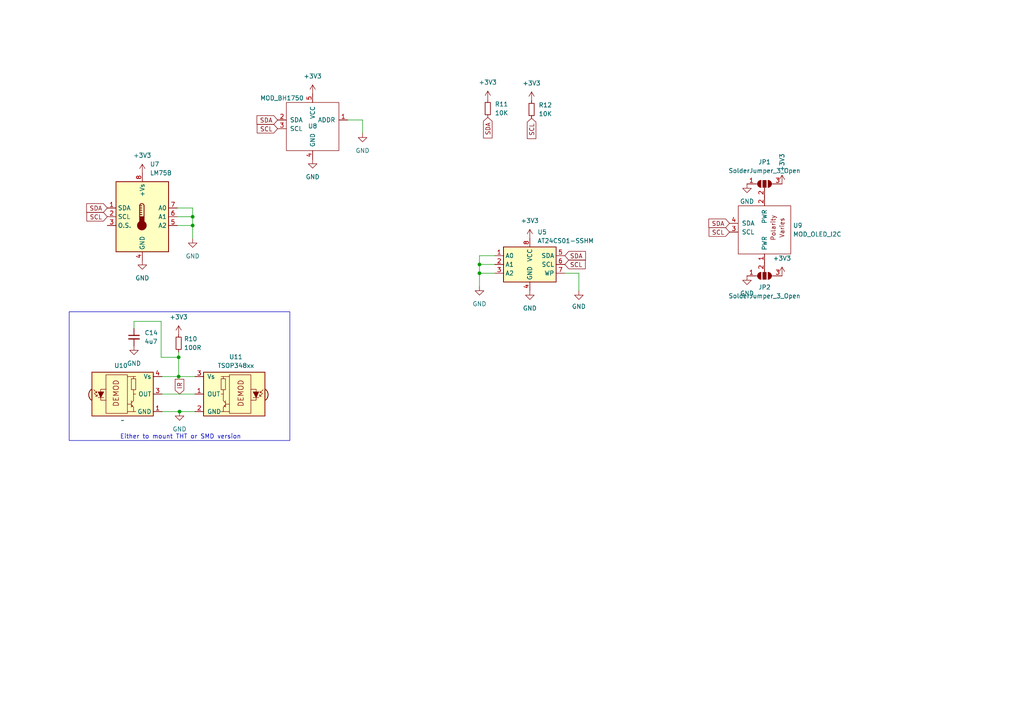
<source format=kicad_sch>
(kicad_sch (version 20230121) (generator eeschema)
  (paper "A4")
  (lib_symbols
    (symbol "AvS_Modules:MOD_BH1750" (pin_names (offset 1.016))
      (property "Reference" "U" (at -6.35 -8.89 0))
      (property "Value" "MOD_BH1750" (at 7.62 -8.89 0))
      (symbol "MOD_BH1750_0_1"
        (rectangle (start -7.62 6.35) (end 7.62 -7.62))
      )
      (symbol "MOD_BH1750_1_1"
        (pin input line (at 10.16 1.27 180) (length 2.54) (name "ADDR") (number "1"))
        (pin bidirectional line (at -10.16 1.27 0) (length 2.54) (name "SDA") (number "2"))
        (pin bidirectional line (at -10.16 -1.27 0) (length 2.54) (name "SCL") (number "3"))
        (pin power_in line (at 0 -10.16 90) (length 2.54) (name "GND") (number "4"))
        (pin power_in line (at 0 8.89 270) (length 2.54) (name "VCC") (number "5"))
      )
    )
    (symbol "AvS_Modules:MOD_OLED_I2C" (pin_names (offset 1.016))
      (property "Reference" "U" (at -6.35 -8.89 0))
      (property "Value" "MOD_OLED_I2C" (at 7.62 -8.89 0))
      (symbol "MOD_OLED_I2C_0_0"
        (text "Polarity" (at 2.54 0 900) (effects (font (size 1.27 1.27))))
        (text "Varies" (at 5.08 0 900) (effects (font (size 1.27 1.27))))
      )
      (symbol "MOD_OLED_I2C_0_1"
        (rectangle (start -7.62 6.35) (end 7.62 -7.62))
      )
      (symbol "MOD_OLED_I2C_1_1"
        (pin power_in line (at 0 -10.16 90) (length 2.54) (name "PWR") (number "1"))
        (pin power_in line (at 0 8.89 270) (length 2.54) (name "PWR") (number "2"))
        (pin bidirectional line (at -10.16 -1.27 0) (length 2.54) (name "SCL") (number "3"))
        (pin bidirectional line (at -10.16 1.27 0) (length 2.54) (name "SDA") (number "4"))
      )
    )
    (symbol "AvS_Sensor:IRM-H6XXT-TR2"
      (property "Reference" "U" (at 0 -7.62 0))
      (symbol "IRM-H6XXT-TR2_0_0"
        (arc (start -9.017 1.397) (mid -9.8199 -0.1905) (end -9.017 -1.778) (stroke (width 0.254)) (fill (type background)))
        (polyline (pts (xy 3.175 -5.08) (xy 1.397 -5.08)))
        (polyline (pts (xy 3.175 5.08) (xy 1.397 5.08)))
        (text "DEMOD" (at -1.905 0.254 900) (effects (font (size 1.524 1.524))))
      )
      (symbol "IRM-H6XXT-TR2_0_1"
        (rectangle (start -4.826 5.588) (end 1.397 -5.588))
        (polyline (pts (xy -7.493 0.381) (xy -8.382 1.27)))
        (polyline (pts (xy -7.493 0.381) (xy -8.001 0.381)))
        (polyline (pts (xy -7.493 0.381) (xy -7.493 0.889)))
        (polyline (pts (xy -7.366 -0.635) (xy -8.255 0.254)))
        (polyline (pts (xy -7.366 -0.635) (xy -7.874 -0.635)))
        (polyline (pts (xy -7.366 -0.635) (xy -7.366 -0.127)))
        (polyline (pts (xy -7.112 -1.016) (xy -5.461 -1.016)))
        (polyline (pts (xy 2.54 -2.921) (xy 1.397 -2.921)))
        (polyline (pts (xy 2.54 -1.905) (xy 2.54 -3.81)))
        (polyline (pts (xy 2.667 -3.556) (xy 2.794 -3.556)))
        (polyline (pts (xy 2.921 -3.556) (xy 2.794 -3.556)))
        (polyline (pts (xy 2.921 -3.556) (xy 2.921 -3.302)))
        (polyline (pts (xy 3.175 0) (xy 3.175 1.27)))
        (polyline (pts (xy 3.175 4.445) (xy 3.175 5.08) (xy 3.81 5.08)))
        (polyline (pts (xy -7.112 0.635) (xy -5.461 0.635) (xy -6.35 -1.016) (xy -7.112 0.635)) (fill (type outline)))
        (polyline (pts (xy -4.826 1.397) (xy -6.35 1.397) (xy -6.35 -1.778) (xy -4.826 -1.778)))
        (polyline (pts (xy 2.54 -3.175) (xy 3.175 -3.81) (xy 3.175 -5.08) (xy 3.81 -5.08)))
        (polyline (pts (xy 2.54 -2.54) (xy 3.175 -1.905) (xy 3.175 0) (xy 3.81 0)))
        (rectangle (start 3.81 1.27) (end 2.54 4.445))
        (rectangle (start 8.89 6.35) (end -8.89 -6.35) (stroke (width 0.254)) (fill (type background)))
      )
      (symbol "IRM-H6XXT-TR2_1_1"
        (pin power_in line (at 11.43 -5.08 180) (length 2.54) (name "GND") (number "1"))
        (pin power_in line (at 11.43 -5.08 180) (length 2.54) hide (name "GND") (number "2"))
        (pin output line (at 11.43 0 180) (length 2.54) (name "OUT") (number "3"))
        (pin power_in line (at 11.43 5.08 180) (length 2.54) (name "Vs") (number "4"))
      )
    )
    (symbol "Device:C_Small" (pin_numbers hide) (pin_names (offset 0.254) hide)
      (property "Reference" "C" (at 0.254 1.778 0))
      (property "Value" "C_Small" (at 0.254 -2.032 0))
      (symbol "C_Small_0_1"
        (polyline (pts (xy -1.524 -0.508) (xy 1.524 -0.508)) (stroke (width 0.3302)))
        (polyline (pts (xy -1.524 0.508) (xy 1.524 0.508)) (stroke (width 0.3048)))
      )
      (symbol "C_Small_1_1"
        (pin passive line (at 0 2.54 270) (length 2.032) (name "~") (number "1"))
        (pin passive line (at 0 -2.54 90) (length 2.032) (name "~") (number "2"))
      )
    )
    (symbol "Device:R_Small" (pin_numbers hide) (pin_names (offset 0.254) hide)
      (property "Reference" "R" (at 0.762 0.508 0))
      (property "Value" "R_Small" (at 0.762 -1.016 0))
      (symbol "R_Small_0_1"
        (rectangle (start -0.762 1.778) (end 0.762 -1.778) (stroke (width 0.2032)))
      )
      (symbol "R_Small_1_1"
        (pin passive line (at 0 2.54 270) (length 0.762) (name "~") (number "1"))
        (pin passive line (at 0 -2.54 90) (length 0.762) (name "~") (number "2"))
      )
    )
    (symbol "Interface_Optical:TSOP348xx" (pin_names (offset 1.016))
      (property "Reference" "U" (at -10.16 7.62 0))
      (property "Value" "TSOP348xx" (at -10.16 -7.62 0))
      (symbol "TSOP348xx_0_0"
        (arc (start -10.287 1.397) (mid -11.0899 -0.1852) (end -10.287 -1.778) (stroke (width 0.254)) (fill (type background)))
        (polyline (pts (xy 1.905 -5.08) (xy 0.127 -5.08)))
        (polyline (pts (xy 1.905 5.08) (xy 0.127 5.08)))
        (text "DEMOD" (at -3.175 0.254 900) (effects (font (size 1.524 1.524))))
      )
      (symbol "TSOP348xx_0_1"
        (rectangle (start -6.096 5.588) (end 0.127 -5.588))
        (polyline (pts (xy -8.763 0.381) (xy -9.652 1.27)))
        (polyline (pts (xy -8.763 0.381) (xy -9.271 0.381)))
        (polyline (pts (xy -8.763 0.381) (xy -8.763 0.889)))
        (polyline (pts (xy -8.636 -0.635) (xy -9.525 0.254)))
        (polyline (pts (xy -8.636 -0.635) (xy -9.144 -0.635)))
        (polyline (pts (xy -8.636 -0.635) (xy -8.636 -0.127)))
        (polyline (pts (xy -8.382 -1.016) (xy -6.731 -1.016)))
        (polyline (pts (xy 1.27 -2.921) (xy 0.127 -2.921)))
        (polyline (pts (xy 1.27 -1.905) (xy 1.27 -3.81)))
        (polyline (pts (xy 1.397 -3.556) (xy 1.524 -3.556)))
        (polyline (pts (xy 1.651 -3.556) (xy 1.524 -3.556)))
        (polyline (pts (xy 1.651 -3.556) (xy 1.651 -3.302)))
        (polyline (pts (xy 1.905 0) (xy 1.905 1.27)))
        (polyline (pts (xy 1.905 4.445) (xy 1.905 5.08) (xy 2.54 5.08)))
        (polyline (pts (xy -8.382 0.635) (xy -6.731 0.635) (xy -7.62 -1.016) (xy -8.382 0.635)) (fill (type outline)))
        (polyline (pts (xy -6.096 1.397) (xy -7.62 1.397) (xy -7.62 -1.778) (xy -6.096 -1.778)))
        (polyline (pts (xy 1.27 -3.175) (xy 1.905 -3.81) (xy 1.905 -5.08) (xy 2.54 -5.08)))
        (polyline (pts (xy 1.27 -2.54) (xy 1.905 -1.905) (xy 1.905 0) (xy 2.54 0)))
        (rectangle (start 2.54 1.27) (end 1.27 4.445))
        (rectangle (start 7.62 6.35) (end -10.16 -6.35) (stroke (width 0.254)) (fill (type background)))
      )
      (symbol "TSOP348xx_1_1"
        (pin output line (at 10.16 0 180) (length 2.54) (name "OUT") (number "1"))
        (pin power_in line (at 10.16 -5.08 180) (length 2.54) (name "GND") (number "2"))
        (pin power_in line (at 10.16 5.08 180) (length 2.54) (name "Vs") (number "3"))
      )
    )
    (symbol "Jumper:SolderJumper_3_Open" (pin_names (offset 0) hide)
      (property "Reference" "JP" (at -2.54 -2.54 0))
      (property "Value" "SolderJumper_3_Open" (at 0 2.794 0))
      (symbol "SolderJumper_3_Open_0_1"
        (arc (start -1.016 1.016) (mid -2.0276 0) (end -1.016 -1.016))
        (arc (start -1.016 1.016) (mid -2.0276 0) (end -1.016 -1.016) (fill (type outline)))
        (rectangle (start -0.508 1.016) (end 0.508 -1.016) (fill (type outline)))
        (polyline (pts (xy -2.54 0) (xy -2.032 0)))
        (polyline (pts (xy -1.016 1.016) (xy -1.016 -1.016)))
        (polyline (pts (xy 0 -1.27) (xy 0 -1.016)))
        (polyline (pts (xy 1.016 1.016) (xy 1.016 -1.016)))
        (polyline (pts (xy 2.54 0) (xy 2.032 0)))
        (arc (start 1.016 -1.016) (mid 2.0276 0) (end 1.016 1.016))
        (arc (start 1.016 -1.016) (mid 2.0276 0) (end 1.016 1.016) (fill (type outline)))
      )
      (symbol "SolderJumper_3_Open_1_1"
        (pin passive line (at -5.08 0 0) (length 2.54) (name "A") (number "1"))
        (pin passive line (at 0 -3.81 90) (length 2.54) (name "C") (number "2"))
        (pin passive line (at 5.08 0 180) (length 2.54) (name "B") (number "3"))
      )
    )
    (symbol "Memory_EEPROM:AT24CS01-SSHM"
      (property "Reference" "U" (at -7.62 6.35 0))
      (property "Value" "AT24CS01-SSHM" (at 2.54 -6.35 0))
      (symbol "AT24CS01-SSHM_1_1"
        (rectangle (start -7.62 5.08) (end 7.62 -5.08) (stroke (width 0.254)) (fill (type background)))
        (pin input line (at -10.16 2.54 0) (length 2.54) (name "A0") (number "1"))
        (pin input line (at -10.16 0 0) (length 2.54) (name "A1") (number "2"))
        (pin input line (at -10.16 -2.54 0) (length 2.54) (name "A2") (number "3"))
        (pin power_in line (at 0 -7.62 90) (length 2.54) (name "GND") (number "4"))
        (pin bidirectional line (at 10.16 2.54 180) (length 2.54) (name "SDA") (number "5"))
        (pin input line (at 10.16 0 180) (length 2.54) (name "SCL") (number "6"))
        (pin input line (at 10.16 -2.54 180) (length 2.54) (name "WP") (number "7"))
        (pin power_in line (at 0 7.62 270) (length 2.54) (name "VCC") (number "8"))
      )
    )
    (symbol "Sensor_Temperature:LM75B"
      (property "Reference" "U" (at -6.35 11.43 0))
      (property "Value" "LM75B" (at 0 11.43 0))
      (symbol "LM75B_0_1"
        (rectangle (start -7.62 10.16) (end 7.62 -10.16) (stroke (width 0.254)) (fill (type background)))
        (circle (center -0.127 -2.54) (radius 1.27) (stroke (width 0.254)) (fill (type outline)))
        (polyline (pts (xy -0.762 0.635) (xy -0.127 0.635)) (stroke (width 0.254)))
        (polyline (pts (xy -0.762 1.27) (xy -0.127 1.27)) (stroke (width 0.254)))
        (polyline (pts (xy -0.762 1.905) (xy -0.127 1.905)) (stroke (width 0.254)))
        (polyline (pts (xy -0.762 2.54) (xy -0.127 2.54)) (stroke (width 0.254)))
        (polyline (pts (xy -0.762 3.175) (xy -0.762 0)) (stroke (width 0.254)))
        (polyline (pts (xy -0.762 3.175) (xy -0.127 3.175)) (stroke (width 0.254)))
        (polyline (pts (xy 0.508 3.175) (xy 0.508 0)) (stroke (width 0.254)))
        (rectangle (start 0.508 -1.905) (end -0.762 0) (stroke (width 0.254)) (fill (type outline)))
        (arc (start 0.508 3.175) (mid -0.127 3.8073) (end -0.762 3.175) (stroke (width 0.254)))
      )
      (symbol "LM75B_1_1"
        (pin bidirectional line (at -10.16 2.54 0) (length 2.54) (name "SDA") (number "1"))
        (pin input line (at -10.16 0 0) (length 2.54) (name "SCL") (number "2"))
        (pin open_collector line (at -10.16 -2.54 0) (length 2.54) (name "O.S.") (number "3"))
        (pin power_in line (at 0 -12.7 90) (length 2.54) (name "GND") (number "4"))
        (pin input line (at 10.16 -2.54 180) (length 2.54) (name "A2") (number "5"))
        (pin input line (at 10.16 0 180) (length 2.54) (name "A1") (number "6"))
        (pin input line (at 10.16 2.54 180) (length 2.54) (name "A0") (number "7"))
        (pin power_in line (at 0 12.7 270) (length 2.54) (name "+Vs") (number "8"))
      )
    )
    (symbol "power:+3V3" (power) (pin_names (offset 0))
      (property "Value" "+3V3" (at 0 3.556 0))
      (symbol "+3V3_0_1"
        (polyline (pts (xy -0.762 1.27) (xy 0 2.54)))
        (polyline (pts (xy 0 0) (xy 0 2.54)))
        (polyline (pts (xy 0 2.54) (xy 0.762 1.27)))
      )
      (symbol "+3V3_1_1"
        (pin power_in line (at 0 0 90) (length 0) hide (name "+3V3") (number "1"))
      )
    )
    (symbol "power:GND" (power) (pin_names (offset 0))
      (property "Value" "GND" (at 0 -3.81 0))
      (symbol "GND_0_1"
        (polyline (pts (xy 0 0) (xy 0 -1.27) (xy 1.27 -1.27) (xy 0 -2.54) (xy -1.27 -1.27) (xy 0 -1.27)))
      )
      (symbol "GND_1_1"
        (pin power_in line (at 0 0 270) (length 0) hide (name "GND") (number "1"))
      )
    )
  )
  (junction (at 52.07 119.38))
  (junction (at 51.816 103.632))
  (junction (at 51.816 109.22))
  (junction (at 139.065 79.248))
  (junction (at 55.88 65.405))
  (junction (at 139.065 76.708))
  (junction (at 55.88 62.865))
  (wire (pts (xy 55.88 60.325) (xy 55.88 62.865)))
  (wire (pts (xy 38.862 93.218) (xy 46.736 93.218)))
  (wire (pts (xy 38.862 93.218) (xy 38.862 95.25)))
  (wire (pts (xy 100.838 34.798) (xy 105.156 34.798)))
  (wire (pts (xy 139.065 76.708) (xy 139.065 79.248)))
  (wire (pts (xy 51.816 103.632) (xy 51.816 109.22)))
  (wire (pts (xy 51.816 102.108) (xy 51.816 103.632)))
  (wire (pts (xy 105.156 34.798) (xy 105.156 38.608)))
  (wire (pts (xy 55.88 62.865) (xy 55.88 65.405)))
  (wire (pts (xy 143.51 76.708) (xy 139.065 76.708)))
  (wire (pts (xy 143.51 74.168) (xy 139.065 74.168)))
  (wire (pts (xy 51.435 62.865) (xy 55.88 62.865)))
  (wire (pts (xy 46.99 119.38) (xy 52.07 119.38)))
  (wire (pts (xy 46.99 114.3) (xy 56.515 114.3)))
  (wire (pts (xy 51.816 109.22) (xy 56.515 109.22)))
  (wire (pts (xy 46.99 109.22) (xy 51.816 109.22)))
  (wire (pts (xy 51.435 60.325) (xy 55.88 60.325)))
  (wire (pts (xy 163.83 79.248) (xy 167.894 79.248)))
  (wire (pts (xy 139.065 74.168) (xy 139.065 76.708)))
  (wire (pts (xy 52.07 119.38) (xy 56.515 119.38)))
  (wire (pts (xy 167.894 79.248) (xy 167.894 84.328)))
  (wire (pts (xy 51.435 65.405) (xy 55.88 65.405)))
  (wire (pts (xy 143.51 79.248) (xy 139.065 79.248)))
  (wire (pts (xy 46.736 103.632) (xy 46.736 93.218)))
  (wire (pts (xy 51.816 103.632) (xy 46.736 103.632)))
  (wire (pts (xy 139.065 79.248) (xy 139.065 83.058)))
  (wire (pts (xy 55.88 65.405) (xy 55.88 69.215)))
  (rectangle (start 20.066 90.424) (end 84.074 127.762))
  (text "Either to mount THT or SMD version" (at 34.798 127.508 0) (effects (font (size 1.27 1.27)) (justify left bottom)))
  (global_label "SDA" (shape input) (at 163.83 74.168 0) (property "Intersheetrefs" "${INTERSHEET_REFS}" (effects hide)))
  (global_label "SDA" (shape input) (at 31.115 60.325 180) (property "Intersheetrefs" "${INTERSHEET_REFS}" (effects hide)))
  (global_label "SCL" (shape input) (at 211.582 67.31 180) (property "Intersheetrefs" "${INTERSHEET_REFS}" (effects hide)))
  (global_label "SDA" (shape input) (at 211.582 64.77 180) (property "Intersheetrefs" "${INTERSHEET_REFS}" (effects hide)))
  (global_label "IR" (shape input) (at 52.07 114.3 90) (property "Intersheetrefs" "${INTERSHEET_REFS}" (effects hide)))
  (global_label "SDA" (shape input) (at 141.478 34.036 270) (property "Intersheetrefs" "${INTERSHEET_REFS}" (effects hide)))
  (global_label "SDA" (shape input) (at 80.518 34.798 180) (property "Intersheetrefs" "${INTERSHEET_REFS}" (effects hide)))
  (global_label "SCL" (shape input) (at 31.115 62.865 180) (property "Intersheetrefs" "${INTERSHEET_REFS}" (effects hide)))
  (global_label "SCL" (shape input) (at 154.178 34.29 270) (property "Intersheetrefs" "${INTERSHEET_REFS}" (effects hide)))
  (global_label "SCL" (shape input) (at 80.518 37.338 180) (property "Intersheetrefs" "${INTERSHEET_REFS}" (effects hide)))
  (global_label "SCL" (shape input) (at 163.83 76.708 0) (property "Intersheetrefs" "${INTERSHEET_REFS}" (effects hide)))
  (symbol (lib_id "power:GND") (at 90.678 46.228 0) (unit 1)
    (property "Reference" "#PWR043" (effects hide))
    (property "Value" "GND" (at 90.678 51.308 0))
  )
  (symbol (lib_id "power:GND") (at 38.862 100.33 0) (unit 1)
    (property "Reference" "#PWR041" (effects hide))
    (property "Value" "GND" (at 38.862 105.41 0))
  )
  (symbol (lib_id "power:+3V3") (at 153.67 69.088 0) (unit 1)
    (property "Reference" "#PWR036" (effects hide))
    (property "Value" "+3V3" (at 153.67 64.008 0))
  )
  (symbol (lib_id "power:+3V3") (at 226.822 80.01 0) (unit 1)
    (property "Reference" "#PWR035" (effects hide))
    (property "Value" "+3V3" (at 226.822 74.93 0))
  )
  (symbol (lib_id "power:GND") (at 153.67 84.328 0) (unit 1)
    (property "Reference" "#PWR038" (effects hide))
    (property "Value" "GND" (at 153.67 89.408 0))
  )
  (symbol (lib_id "power:+3V3") (at 154.178 29.21 0) (unit 1)
    (property "Reference" "#PWR047" (effects hide))
    (property "Value" "+3V3" (at 154.178 24.13 0))
  )
  (symbol (lib_id "Device:R_Small") (at 141.478 31.496 0) (unit 1)
    (property "Reference" "R11" (at 143.51 30.226 0) (effects (justify left)))
    (property "Value" "10K" (at 143.51 32.766 0) (effects (justify left)))
    (property "Footprint" "Resistor_SMD:R_0805_2012Metric" (effects hide))
  )
  (symbol (lib_id "power:GND") (at 105.156 38.608 0) (unit 1)
    (property "Reference" "#PWR044" (effects hide))
    (property "Value" "GND" (at 105.156 43.688 0))
  )
  (symbol (lib_id "power:+3V3") (at 226.822 53.34 0) (unit 1)
    (property "Reference" "#PWR025" (effects hide))
    (property "Value" "+3V3" (at 226.822 49.784 90) (effects (justify left)))
  )
  (symbol (lib_id "power:GND") (at 55.88 69.215 0) (unit 1)
    (property "Reference" "#PWR034" (effects hide))
    (property "Value" "GND" (at 55.88 74.295 0))
  )
  (symbol (lib_id "Jumper:SolderJumper_3_Open") (at 221.742 80.01 0) (mirror x) (unit 1)
    (property "Reference" "JP2" (at 221.742 83.312 0))
    (property "Value" "SolderJumper_3_Open" (at 221.742 85.852 0))
    (property "Footprint" "Jumper:SolderJumper-3_P1.3mm_Open_RoundedPad1.0x1.5mm" (effects hide))
  )
  (symbol (lib_id "Interface_Optical:TSOP348xx") (at 66.675 114.3 0) (mirror y) (unit 1)
    (property "Reference" "U11" (at 68.41 103.505 0))
    (property "Value" "TSOP348xx" (at 68.41 106.045 0))
    (property "Footprint" "OptoDevice:Vishay_MOLD-3Pin" (effects hide))
    (property "Datasheet" "https://www.vishay.com/docs/82489/tsop322.pdf" (effects hide))
  )
  (symbol (lib_id "Jumper:SolderJumper_3_Open") (at 221.742 53.34 0) (unit 1)
    (property "Reference" "JP1" (at 221.742 46.99 0))
    (property "Value" "SolderJumper_3_Open" (at 221.742 49.53 0))
    (property "Footprint" "Jumper:SolderJumper-3_P1.3mm_Open_RoundedPad1.0x1.5mm" (effects hide))
  )
  (symbol (lib_id "Device:C_Small") (at 38.862 97.79 0) (unit 1)
    (property "Reference" "C14" (at 41.91 96.5263 0) (effects (justify left)))
    (property "Value" "4u7" (at 41.91 99.0663 0) (effects (justify left)))
    (property "Footprint" "Capacitor_SMD:C_0805_2012Metric" (effects hide))
  )
  (symbol (lib_id "Sensor_Temperature:LM75B") (at 41.275 62.865 0) (unit 1)
    (property "Reference" "U7" (at 43.4691 47.625 0) (effects (justify left)))
    (property "Value" "LM75B" (at 43.4691 50.165 0) (effects (justify left)))
    (property "Footprint" "Package_SO:SO-8_3.9x4.9mm_P1.27mm" (effects hide))
    (property "Datasheet" "http://www.ti.com/lit/ds/symlink/lm75b.pdf" (effects hide))
  )
  (symbol (lib_id "AvS_Modules:MOD_BH1750") (at 90.678 36.068 0) (unit 1)
    (property "Reference" "U8" (at 90.678 36.576 0))
    (property "Value" "MOD_BH1750" (at 81.788 28.448 0))
    (property "Footprint" "AvS_Modules:MOD_BH1750" (effects hide))
  )
  (symbol (lib_id "AvS_Sensor:IRM-H6XXT-TR2") (at 35.56 114.3 0) (unit 1)
    (property "Reference" "U10" (at 35.095 106.045 0))
    (property "Value" "~" (at 35.56 121.92 0))
    (property "Footprint" "AvS_Sensor:IRM-H6XXT-TR2" (effects hide))
  )
  (symbol (lib_id "power:+3V3") (at 90.678 27.178 0) (unit 1)
    (property "Reference" "#PWR042" (effects hide))
    (property "Value" "+3V3" (at 90.678 22.098 0))
  )
  (symbol (lib_id "power:+3V3") (at 51.816 97.028 0) (unit 1)
    (property "Reference" "#PWR032" (effects hide))
    (property "Value" "+3V3" (at 51.816 91.948 0))
  )
  (symbol (lib_id "Device:R_Small") (at 154.178 31.75 0) (unit 1)
    (property "Reference" "R12" (at 156.21 30.48 0) (effects (justify left)))
    (property "Value" "10K" (at 156.21 33.02 0) (effects (justify left)))
    (property "Footprint" "Resistor_SMD:R_0805_2012Metric" (effects hide))
  )
  (symbol (lib_id "power:+3V3") (at 141.478 28.956 0) (unit 1)
    (property "Reference" "#PWR046" (effects hide))
    (property "Value" "+3V3" (at 141.478 23.876 0))
  )
  (symbol (lib_id "power:GND") (at 139.065 83.058 0) (mirror y) (unit 1)
    (property "Reference" "#PWR045" (effects hide))
    (property "Value" "GND" (at 139.065 88.138 0))
  )
  (symbol (lib_id "Memory_EEPROM:AT24CS01-SSHM") (at 153.67 76.708 0) (unit 1)
    (property "Reference" "U5" (at 155.8641 67.31 0) (effects (justify left)))
    (property "Value" "AT24CS01-SSHM" (at 155.8641 69.85 0) (effects (justify left)))
    (property "Footprint" "Package_SO:SOIC-8_3.9x4.9mm_P1.27mm" (effects hide))
    (property "Datasheet" "http://ww1.microchip.com/downloads/en/DeviceDoc/Atmel-8815-SEEPROM-AT24CS01-02-Datasheet.pdf" (effects hide))
  )
  (symbol (lib_id "power:GND") (at 216.662 53.34 0) (unit 1)
    (property "Reference" "#PWR09" (effects hide))
    (property "Value" "GND" (at 216.662 58.42 0))
  )
  (symbol (lib_id "power:GND") (at 216.662 80.01 0) (unit 1)
    (property "Reference" "#PWR012" (effects hide))
    (property "Value" "GND" (at 216.662 85.09 0))
  )
  (symbol (lib_id "power:+3V3") (at 41.275 50.165 0) (unit 1)
    (property "Reference" "#PWR037" (effects hide))
    (property "Value" "+3V3" (at 41.275 45.085 0))
  )
  (symbol (lib_id "Device:R_Small") (at 51.816 99.568 0) (unit 1)
    (property "Reference" "R10" (at 53.34 98.298 0) (effects (justify left)))
    (property "Value" "100R" (at 53.34 100.838 0) (effects (justify left)))
    (property "Footprint" "Resistor_SMD:R_0805_2012Metric" (effects hide))
  )
  (symbol (lib_id "AvS_Modules:MOD_OLED_I2C") (at 221.742 66.04 0) (unit 1)
    (property "Reference" "U9" (at 229.997 65.405 0) (effects (justify left)))
    (property "Value" "MOD_OLED_I2C" (at 229.997 67.945 0) (effects (justify left)))
    (property "Footprint" "AvS_Modules:MOD_OLED_I2C_128x64_0.96" (effects hide))
  )
  (symbol (lib_id "power:GND") (at 167.894 84.328 0) (unit 1)
    (property "Reference" "#PWR048" (effects hide))
    (property "Value" "GND" (at 167.894 88.9 0))
  )
  (symbol (lib_id "power:GND") (at 52.07 119.38 0) (unit 1)
    (property "Reference" "#PWR031" (effects hide))
    (property "Value" "GND" (at 52.07 124.46 0))
  )
  (symbol (lib_id "power:GND") (at 41.275 75.565 0) (unit 1)
    (property "Reference" "#PWR033" (effects hide))
    (property "Value" "GND" (at 41.275 80.645 0))
  )
)
</source>
